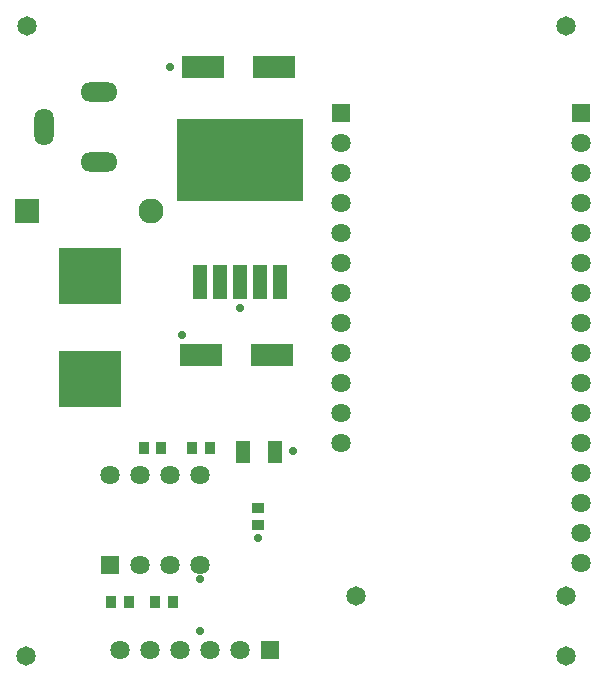
<source format=gts>
G04*
G04 #@! TF.GenerationSoftware,Altium Limited,Altium Designer,18.1.9 (240)*
G04*
G04 Layer_Color=8388736*
%FSLAX25Y25*%
%MOIN*%
G70*
G01*
G75*
%ADD24R,0.04634X0.11524*%
%ADD25R,0.41839X0.27469*%
%ADD26R,0.13886X0.07587*%
%ADD27R,0.20579X0.18807*%
%ADD28R,0.04043X0.03256*%
%ADD29R,0.03256X0.04043*%
%ADD30R,0.04831X0.07193*%
%ADD31C,0.06500*%
%ADD32O,0.06437X0.12374*%
%ADD33O,0.12374X0.06437*%
%ADD34C,0.08374*%
%ADD35R,0.08374X0.08374*%
%ADD36C,0.06406*%
%ADD37R,0.06406X0.06406*%
%ADD38R,0.06406X0.06406*%
%ADD39C,0.02902*%
D24*
X68114Y134591D02*
D03*
X74807D02*
D03*
X81500D02*
D03*
X88193D02*
D03*
X94886D02*
D03*
D25*
X81500Y175339D02*
D03*
D26*
X92811Y206500D02*
D03*
X69189D02*
D03*
X92130Y110500D02*
D03*
X68508D02*
D03*
D27*
X31500Y102374D02*
D03*
Y136626D02*
D03*
D28*
X87374Y59453D02*
D03*
Y53547D02*
D03*
D29*
X49320Y79500D02*
D03*
X55225D02*
D03*
X38547Y28000D02*
D03*
X44453D02*
D03*
X65547Y79469D02*
D03*
X71453D02*
D03*
X58953Y28000D02*
D03*
X53047D02*
D03*
D30*
X93130Y78122D02*
D03*
X82500D02*
D03*
D31*
X10000Y10000D02*
D03*
X190000Y220000D02*
D03*
X120000Y30000D02*
D03*
X190000D02*
D03*
Y10000D02*
D03*
X10500Y220000D02*
D03*
D32*
X15996Y186343D02*
D03*
D33*
X34500Y198153D02*
D03*
Y174531D02*
D03*
D34*
X51591Y158500D02*
D03*
D35*
X10409D02*
D03*
D36*
X68060Y70500D02*
D03*
X58060D02*
D03*
X48060D02*
D03*
X38060D02*
D03*
X68060Y40500D02*
D03*
X58060D02*
D03*
X48060D02*
D03*
X115000Y81000D02*
D03*
Y91000D02*
D03*
Y101000D02*
D03*
Y111000D02*
D03*
Y121000D02*
D03*
Y131000D02*
D03*
Y141000D02*
D03*
Y151000D02*
D03*
Y161000D02*
D03*
Y171000D02*
D03*
Y181000D02*
D03*
X195000Y41000D02*
D03*
Y51000D02*
D03*
Y61000D02*
D03*
Y71000D02*
D03*
Y81000D02*
D03*
Y91000D02*
D03*
Y101000D02*
D03*
Y111000D02*
D03*
Y121000D02*
D03*
Y131000D02*
D03*
Y141000D02*
D03*
Y151000D02*
D03*
Y161000D02*
D03*
Y171000D02*
D03*
Y181000D02*
D03*
X41500Y12000D02*
D03*
X51500D02*
D03*
X61500D02*
D03*
X71500D02*
D03*
X81500D02*
D03*
D37*
X38060Y40500D02*
D03*
X115000Y191000D02*
D03*
X195000D02*
D03*
D38*
X91500Y12000D02*
D03*
D39*
X68060Y35554D02*
D03*
X87374Y49500D02*
D03*
X68000Y18500D02*
D03*
X99000Y78240D02*
D03*
X58000Y206500D02*
D03*
X81500Y126000D02*
D03*
X62012Y116996D02*
D03*
M02*

</source>
